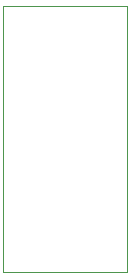
<source format=gbr>
%TF.GenerationSoftware,KiCad,Pcbnew,(5.1.8)-1*%
%TF.CreationDate,2021-01-22T22:27:45+01:00*%
%TF.ProjectId,IRMP_stm32,49524d50-5f73-4746-9d33-322e6b696361,rev?*%
%TF.SameCoordinates,Original*%
%TF.FileFunction,Profile,NP*%
%FSLAX46Y46*%
G04 Gerber Fmt 4.6, Leading zero omitted, Abs format (unit mm)*
G04 Created by KiCad (PCBNEW (5.1.8)-1) date 2021-01-22 22:27:45*
%MOMM*%
%LPD*%
G01*
G04 APERTURE LIST*
%TA.AperFunction,Profile*%
%ADD10C,0.050000*%
%TD*%
G04 APERTURE END LIST*
D10*
X125200000Y-96500000D02*
X125200000Y-119000000D01*
X114700000Y-96500000D02*
X125200000Y-96500000D01*
X114700000Y-119000000D02*
X114700000Y-96500000D01*
X125200000Y-119000000D02*
X114700000Y-119000000D01*
M02*

</source>
